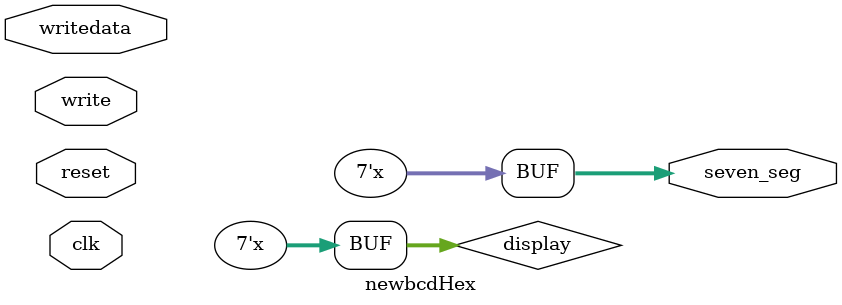
<source format=v>
module newbcdHex (

		input 		 clk,
		input 		 reset,
		input  [7:0] writedata,
		input 		 write,
		output [6:0] seven_seg
);


	reg [3:0] fsm;
	reg [6:0] display;
	
	//assign display = seven_seg;

	always @(*) 
		begin
		
			if (write) 
				begin
					fsm <= writedata;
				end
				
			case(fsm)
				4'b0000: display = 'b1000000; //'0'
				4'b0001: display = 'b1111001; //'1'
				4'b0010: display = 'b0100100; //'2'
				4'b0011: display = 'b0110000; //'3'
				4'b0100: display = 'b0011001; //'4'
				4'b0101: display = 'b0010010; //'5'
				4'b0110: display = 'b0000010; //'6'
				4'b0111: display = 'b1111000; //'7'
				4'b1000: display = 'b0000000; //'8'
				4'b1001: display = 'b0011000; //'9'
			endcase
		end
		
		assign seven_seg = display;
		
endmodule

</source>
